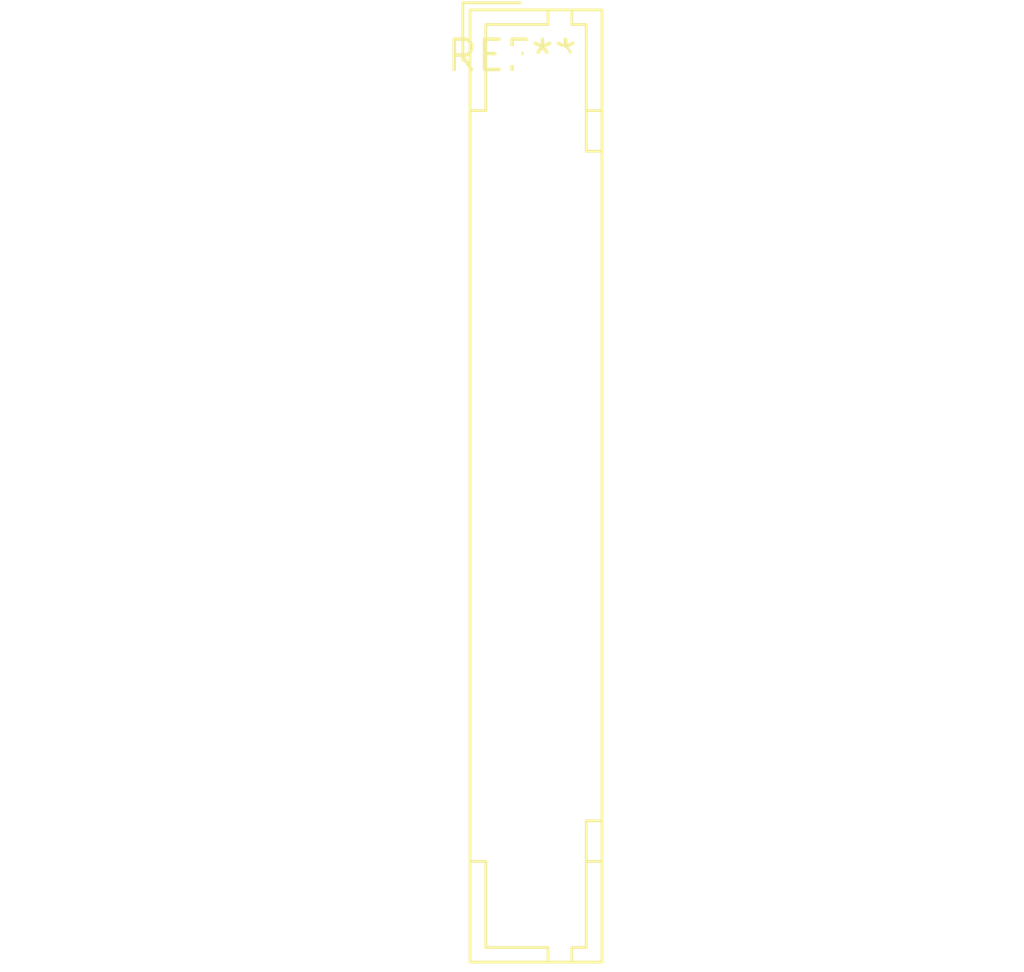
<source format=kicad_pcb>
(kicad_pcb (version 20240108) (generator pcbnew)
  (layers (0 "F.Cu" signal) (31 "B.Cu" signal) (34 "B.Paste" user) (35 "F.Paste" user) (36 "B.SilkS" user "B.Silkscreen") (37 "F.SilkS" user "F.Silkscreen") (38 "B.Mask" user) (39 "F.Mask" user) (44 "Edge.Cuts" user))
  (net 0 "")
  (footprint "JAE_LY20-38P-DT1_2x19_P2.00mm_Vertical" (layer "F.Cu") (at 0 0)
    (property "Reference" "REF**")
    (property "Value" "JAE_LY20-38P-DT1_2x19_P2.00mm_Vertical")
    (fp_line (start -2.06 -2.21) (end -2.06 0.2) (layer "F.SilkS") (stroke (width 0.12)))
    (fp_line (start -1.76 -1.91) (end -1.76 37.91) (layer "F.SilkS") (stroke (width 0.12)))
    (fp_line (start -1.76 37.91) (end 3.76 37.91) (layer "F.SilkS") (stroke (width 0.12)))
    (fp_line (start -1.1 -1.3) (end -1.1 2.3) (layer "F.SilkS") (stroke (width 0.12)))
    (fp_line (start -1.1 2.3) (end -1.76 2.3) (layer "F.SilkS") (stroke (width 0.12)))
    (fp_line (start -1.1 33.7) (end -1.76 33.7) (layer "F.SilkS") (stroke (width 0.12)))
    (fp_line (start -1.1 37.3) (end -1.1 33.7) (layer "F.SilkS") (stroke (width 0.12)))
    (fp_line (start 0.35 -2.21) (end -2.06 -2.21) (layer "F.SilkS") (stroke (width 0.12)))
    (fp_line (start 1.5 -1.91) (end 1.5 -1.3) (layer "F.SilkS") (stroke (width 0.12)))
    (fp_line (start 1.5 -1.3) (end -1.1 -1.3) (layer "F.SilkS") (stroke (width 0.12)))
    (fp_line (start 1.5 37.3) (end -1.1 37.3) (layer "F.SilkS") (stroke (width 0.12)))
    (fp_line (start 1.5 37.91) (end 1.5 37.3) (layer "F.SilkS") (stroke (width 0.12)))
    (fp_line (start 2.5 -1.91) (end 2.5 -1.3) (layer "F.SilkS") (stroke (width 0.12)))
    (fp_line (start 2.5 -1.3) (end 3.1 -1.3) (layer "F.SilkS") (stroke (width 0.12)))
    (fp_line (start 2.5 37.3) (end 3.1 37.3) (layer "F.SilkS") (stroke (width 0.12)))
    (fp_line (start 2.5 37.91) (end 2.5 37.3) (layer "F.SilkS") (stroke (width 0.12)))
    (fp_line (start 3.1 -1.3) (end 3.1 4) (layer "F.SilkS") (stroke (width 0.12)))
    (fp_line (start 3.1 4) (end 3.76 4) (layer "F.SilkS") (stroke (width 0.12)))
    (fp_line (start 3.1 32) (end 3.76 32) (layer "F.SilkS") (stroke (width 0.12)))
    (fp_line (start 3.1 37.3) (end 3.1 32) (layer "F.SilkS") (stroke (width 0.12)))
    (fp_line (start 3.76 -1.91) (end -1.76 -1.91) (layer "F.SilkS") (stroke (width 0.12)))
    (fp_line (start 3.76 2.3) (end 3.1 2.3) (layer "F.SilkS") (stroke (width 0.12)))
    (fp_line (start 3.76 33.7) (end 3.1 33.7) (layer "F.SilkS") (stroke (width 0.12)))
    (fp_line (start 3.76 37.91) (end 3.76 -1.91) (layer "F.SilkS") (stroke (width 0.12)))
    (pad "a1" thru_hole roundrect (at 0 0) (size 1.2 1.2) (drill 0.8) (layers *.Cu *.Mask) (remove_unused_layers) (roundrect_rratio 0.208333))
    (pad "a2" thru_hole circle (at 0 2) (size 1.2 1.2) (drill 0.8) (layers *.Cu *.Mask) (remove_unused_layers))
    (pad "a3" thru_hole circle (at 0 4) (size 1.2 1.2) (drill 0.8) (layers *.Cu *.Mask) (remove_unused_layers))
    (pad "a4" thru_hole circle (at 0 6) (size 1.2 1.2) (drill 0.8) (layers *.Cu *.Mask) (remove_unused_layers))
    (pad "a5" thru_hole circle (at 0 8) (size 1.2 1.2) (drill 0.8) (layers *.Cu *.Mask) (remove_unused_layers))
    (pad "a6" thru_hole circle (at 0 10) (size 1.2 1.2) (drill 0.8) (layers *.Cu *.Mask) (remove_unused_layers))
    (pad "a7" thru_hole circle (at 0 12) (size 1.2 1.2) (drill 0.8) (layers *.Cu *.Mask) (remove_unused_layers))
    (pad "a8" thru_hole circle (at 0 14) (size 1.2 1.2) (drill 0.8) (layers *.Cu *.Mask) (remove_unused_layers))
    (pad "a9" thru_hole circle (at 0 16) (size 1.2 1.2) (drill 0.8) (layers *.Cu *.Mask) (remove_unused_layers))
    (pad "a10" thru_hole circle (at 0 18) (size 1.2 1.2) (drill 0.8) (layers *.Cu *.Mask) (remove_unused_layers))
    (pad "a11" thru_hole circle (at 0 20) (size 1.2 1.2) (drill 0.8) (layers *.Cu *.Mask) (remove_unused_layers))
    (pad "a12" thru_hole circle (at 0 22) (size 1.2 1.2) (drill 0.8) (layers *.Cu *.Mask) (remove_unused_layers))
    (pad "a13" thru_hole circle (at 0 24) (size 1.2 1.2) (drill 0.8) (layers *.Cu *.Mask) (remove_unused_layers))
    (pad "a14" thru_hole circle (at 0 26) (size 1.2 1.2) (drill 0.8) (layers *.Cu *.Mask) (remove_unused_layers))
    (pad "a15" thru_hole circle (at 0 28) (size 1.2 1.2) (drill 0.8) (layers *.Cu *.Mask) (remove_unused_layers))
    (pad "a16" thru_hole circle (at 0 30) (size 1.2 1.2) (drill 0.8) (layers *.Cu *.Mask) (remove_unused_layers))
    (pad "a17" thru_hole circle (at 0 32) (size 1.2 1.2) (drill 0.8) (layers *.Cu *.Mask) (remove_unused_layers))
    (pad "a18" thru_hole circle (at 0 34) (size 1.2 1.2) (drill 0.8) (layers *.Cu *.Mask) (remove_unused_layers))
    (pad "a19" thru_hole circle (at 0 36) (size 1.2 1.2) (drill 0.8) (layers *.Cu *.Mask) (remove_unused_layers))
    (pad "b1" thru_hole circle (at 2 0) (size 1.2 1.2) (drill 0.8) (layers *.Cu *.Mask) (remove_unused_layers))
    (pad "b2" thru_hole circle (at 2 2) (size 1.2 1.2) (drill 0.8) (layers *.Cu *.Mask) (remove_unused_layers))
    (pad "b3" thru_hole circle (at 2 4) (size 1.2 1.2) (drill 0.8) (layers *.Cu *.Mask) (remove_unused_layers))
    (pad "b4" thru_hole circle (at 2 6) (size 1.2 1.2) (drill 0.8) (layers *.Cu *.Mask) (remove_unused_layers))
    (pad "b5" thru_hole circle (at 2 8) (size 1.2 1.2) (drill 0.8) (layers *.Cu *.Mask) (remove_unused_layers))
    (pad "b6" thru_hole circle (at 2 10) (size 1.2 1.2) (drill 0.8) (layers *.Cu *.Mask) (remove_unused_layers))
    (pad "b7" thru_hole circle (at 2 12) (size 1.2 1.2) (drill 0.8) (layers *.Cu *.Mask) (remove_unused_layers))
    (pad "b8" thru_hole circle (at 2 14) (size 1.2 1.2) (drill 0.8) (layers *.Cu *.Mask) (remove_unused_layers))
    (pad "b9" thru_hole circle (at 2 16) (size 1.2 1.2) (drill 0.8) (layers *.Cu *.Mask) (remove_unused_layers))
    (pad "b10" thru_hole circle (at 2 18) (size 1.2 1.2) (drill 0.8) (layers *.Cu *.Mask) (remove_unused_layers))
    (pad "b11" thru_hole circle (at 2 20) (size 1.2 1.2) (drill 0.8) (layers *.Cu *.Mask) (remove_unused_layers))
    (pad "b12" thru_hole circle (at 2 22) (size 1.2 1.2) (drill 0.8) (layers *.Cu *.Mask) (remove_unused_layers))
    (pad "b13" thru_hole circle (at 2 24) (size 1.2 1.2) (drill 0.8) (layers *.Cu *.Mask) (remove_unused_layers))
    (pad "b14" thru_hole circle (at 2 26) (size 1.2 1.2) (drill 0.8) (layers *.Cu *.Mask) (remove_unused_layers))
    (pad "b15" thru_hole circle (at 2 28) (size 1.2 1.2) (drill 0.8) (layers *.Cu *.Mask) (remove_unused_layers))
    (pad "b16" thru_hole circle (at 2 30) (size 1.2 1.2) (drill 0.8) (layers *.Cu *.Mask) (remove_unused_layers))
    (pad "b17" thru_hole circle (at 2 32) (size 1.2 1.2) (drill 0.8) (layers *.Cu *.Mask) (remove_unused_layers))
    (pad "b18" thru_hole circle (at 2 34) (size 1.2 1.2) (drill 0.8) (layers *.Cu *.Mask) (remove_unused_layers))
    (pad "b19" thru_hole circle (at 2 36) (size 1.2 1.2) (drill 0.8) (layers *.Cu *.Mask) (remove_unused_layers))
  )
)
</source>
